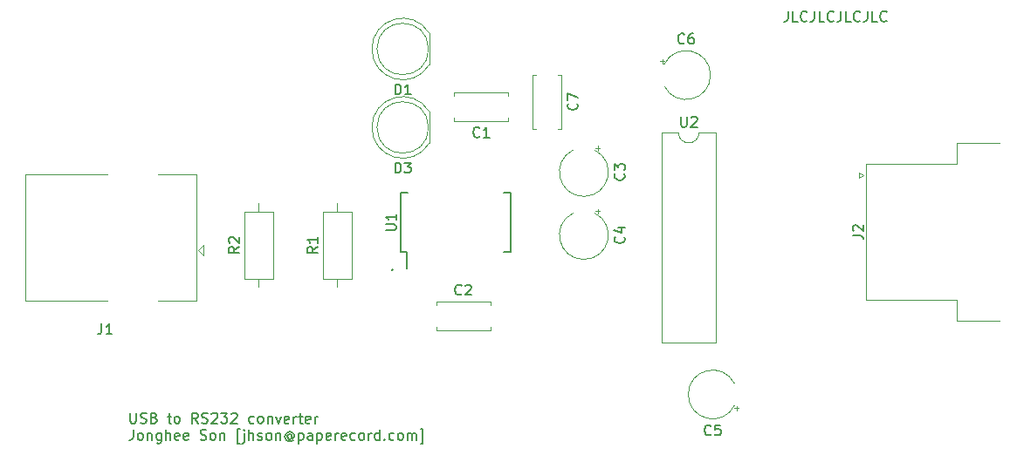
<source format=gbr>
%TF.GenerationSoftware,KiCad,Pcbnew,7.0.1*%
%TF.CreationDate,2023-04-09T16:17:14+09:00*%
%TF.ProjectId,RS232_Converter,52533233-325f-4436-9f6e-766572746572,rev?*%
%TF.SameCoordinates,Original*%
%TF.FileFunction,Legend,Top*%
%TF.FilePolarity,Positive*%
%FSLAX46Y46*%
G04 Gerber Fmt 4.6, Leading zero omitted, Abs format (unit mm)*
G04 Created by KiCad (PCBNEW 7.0.1) date 2023-04-09 16:17:14*
%MOMM*%
%LPD*%
G01*
G04 APERTURE LIST*
%ADD10C,0.150000*%
%ADD11C,0.120000*%
G04 APERTURE END LIST*
D10*
X132318095Y-105192380D02*
X132365714Y-105240000D01*
X132365714Y-105240000D02*
X132318095Y-105287619D01*
X132318095Y-105287619D02*
X132270476Y-105240000D01*
X132270476Y-105240000D02*
X132318095Y-105192380D01*
X132318095Y-105192380D02*
X132318095Y-105287619D01*
X106918095Y-119177619D02*
X106918095Y-119987142D01*
X106918095Y-119987142D02*
X106965714Y-120082380D01*
X106965714Y-120082380D02*
X107013333Y-120130000D01*
X107013333Y-120130000D02*
X107108571Y-120177619D01*
X107108571Y-120177619D02*
X107299047Y-120177619D01*
X107299047Y-120177619D02*
X107394285Y-120130000D01*
X107394285Y-120130000D02*
X107441904Y-120082380D01*
X107441904Y-120082380D02*
X107489523Y-119987142D01*
X107489523Y-119987142D02*
X107489523Y-119177619D01*
X107918095Y-120130000D02*
X108060952Y-120177619D01*
X108060952Y-120177619D02*
X108299047Y-120177619D01*
X108299047Y-120177619D02*
X108394285Y-120130000D01*
X108394285Y-120130000D02*
X108441904Y-120082380D01*
X108441904Y-120082380D02*
X108489523Y-119987142D01*
X108489523Y-119987142D02*
X108489523Y-119891904D01*
X108489523Y-119891904D02*
X108441904Y-119796666D01*
X108441904Y-119796666D02*
X108394285Y-119749047D01*
X108394285Y-119749047D02*
X108299047Y-119701428D01*
X108299047Y-119701428D02*
X108108571Y-119653809D01*
X108108571Y-119653809D02*
X108013333Y-119606190D01*
X108013333Y-119606190D02*
X107965714Y-119558571D01*
X107965714Y-119558571D02*
X107918095Y-119463333D01*
X107918095Y-119463333D02*
X107918095Y-119368095D01*
X107918095Y-119368095D02*
X107965714Y-119272857D01*
X107965714Y-119272857D02*
X108013333Y-119225238D01*
X108013333Y-119225238D02*
X108108571Y-119177619D01*
X108108571Y-119177619D02*
X108346666Y-119177619D01*
X108346666Y-119177619D02*
X108489523Y-119225238D01*
X109251428Y-119653809D02*
X109394285Y-119701428D01*
X109394285Y-119701428D02*
X109441904Y-119749047D01*
X109441904Y-119749047D02*
X109489523Y-119844285D01*
X109489523Y-119844285D02*
X109489523Y-119987142D01*
X109489523Y-119987142D02*
X109441904Y-120082380D01*
X109441904Y-120082380D02*
X109394285Y-120130000D01*
X109394285Y-120130000D02*
X109299047Y-120177619D01*
X109299047Y-120177619D02*
X108918095Y-120177619D01*
X108918095Y-120177619D02*
X108918095Y-119177619D01*
X108918095Y-119177619D02*
X109251428Y-119177619D01*
X109251428Y-119177619D02*
X109346666Y-119225238D01*
X109346666Y-119225238D02*
X109394285Y-119272857D01*
X109394285Y-119272857D02*
X109441904Y-119368095D01*
X109441904Y-119368095D02*
X109441904Y-119463333D01*
X109441904Y-119463333D02*
X109394285Y-119558571D01*
X109394285Y-119558571D02*
X109346666Y-119606190D01*
X109346666Y-119606190D02*
X109251428Y-119653809D01*
X109251428Y-119653809D02*
X108918095Y-119653809D01*
X110537143Y-119510952D02*
X110918095Y-119510952D01*
X110680000Y-119177619D02*
X110680000Y-120034761D01*
X110680000Y-120034761D02*
X110727619Y-120130000D01*
X110727619Y-120130000D02*
X110822857Y-120177619D01*
X110822857Y-120177619D02*
X110918095Y-120177619D01*
X111394286Y-120177619D02*
X111299048Y-120130000D01*
X111299048Y-120130000D02*
X111251429Y-120082380D01*
X111251429Y-120082380D02*
X111203810Y-119987142D01*
X111203810Y-119987142D02*
X111203810Y-119701428D01*
X111203810Y-119701428D02*
X111251429Y-119606190D01*
X111251429Y-119606190D02*
X111299048Y-119558571D01*
X111299048Y-119558571D02*
X111394286Y-119510952D01*
X111394286Y-119510952D02*
X111537143Y-119510952D01*
X111537143Y-119510952D02*
X111632381Y-119558571D01*
X111632381Y-119558571D02*
X111680000Y-119606190D01*
X111680000Y-119606190D02*
X111727619Y-119701428D01*
X111727619Y-119701428D02*
X111727619Y-119987142D01*
X111727619Y-119987142D02*
X111680000Y-120082380D01*
X111680000Y-120082380D02*
X111632381Y-120130000D01*
X111632381Y-120130000D02*
X111537143Y-120177619D01*
X111537143Y-120177619D02*
X111394286Y-120177619D01*
X113489524Y-120177619D02*
X113156191Y-119701428D01*
X112918096Y-120177619D02*
X112918096Y-119177619D01*
X112918096Y-119177619D02*
X113299048Y-119177619D01*
X113299048Y-119177619D02*
X113394286Y-119225238D01*
X113394286Y-119225238D02*
X113441905Y-119272857D01*
X113441905Y-119272857D02*
X113489524Y-119368095D01*
X113489524Y-119368095D02*
X113489524Y-119510952D01*
X113489524Y-119510952D02*
X113441905Y-119606190D01*
X113441905Y-119606190D02*
X113394286Y-119653809D01*
X113394286Y-119653809D02*
X113299048Y-119701428D01*
X113299048Y-119701428D02*
X112918096Y-119701428D01*
X113870477Y-120130000D02*
X114013334Y-120177619D01*
X114013334Y-120177619D02*
X114251429Y-120177619D01*
X114251429Y-120177619D02*
X114346667Y-120130000D01*
X114346667Y-120130000D02*
X114394286Y-120082380D01*
X114394286Y-120082380D02*
X114441905Y-119987142D01*
X114441905Y-119987142D02*
X114441905Y-119891904D01*
X114441905Y-119891904D02*
X114394286Y-119796666D01*
X114394286Y-119796666D02*
X114346667Y-119749047D01*
X114346667Y-119749047D02*
X114251429Y-119701428D01*
X114251429Y-119701428D02*
X114060953Y-119653809D01*
X114060953Y-119653809D02*
X113965715Y-119606190D01*
X113965715Y-119606190D02*
X113918096Y-119558571D01*
X113918096Y-119558571D02*
X113870477Y-119463333D01*
X113870477Y-119463333D02*
X113870477Y-119368095D01*
X113870477Y-119368095D02*
X113918096Y-119272857D01*
X113918096Y-119272857D02*
X113965715Y-119225238D01*
X113965715Y-119225238D02*
X114060953Y-119177619D01*
X114060953Y-119177619D02*
X114299048Y-119177619D01*
X114299048Y-119177619D02*
X114441905Y-119225238D01*
X114822858Y-119272857D02*
X114870477Y-119225238D01*
X114870477Y-119225238D02*
X114965715Y-119177619D01*
X114965715Y-119177619D02*
X115203810Y-119177619D01*
X115203810Y-119177619D02*
X115299048Y-119225238D01*
X115299048Y-119225238D02*
X115346667Y-119272857D01*
X115346667Y-119272857D02*
X115394286Y-119368095D01*
X115394286Y-119368095D02*
X115394286Y-119463333D01*
X115394286Y-119463333D02*
X115346667Y-119606190D01*
X115346667Y-119606190D02*
X114775239Y-120177619D01*
X114775239Y-120177619D02*
X115394286Y-120177619D01*
X115727620Y-119177619D02*
X116346667Y-119177619D01*
X116346667Y-119177619D02*
X116013334Y-119558571D01*
X116013334Y-119558571D02*
X116156191Y-119558571D01*
X116156191Y-119558571D02*
X116251429Y-119606190D01*
X116251429Y-119606190D02*
X116299048Y-119653809D01*
X116299048Y-119653809D02*
X116346667Y-119749047D01*
X116346667Y-119749047D02*
X116346667Y-119987142D01*
X116346667Y-119987142D02*
X116299048Y-120082380D01*
X116299048Y-120082380D02*
X116251429Y-120130000D01*
X116251429Y-120130000D02*
X116156191Y-120177619D01*
X116156191Y-120177619D02*
X115870477Y-120177619D01*
X115870477Y-120177619D02*
X115775239Y-120130000D01*
X115775239Y-120130000D02*
X115727620Y-120082380D01*
X116727620Y-119272857D02*
X116775239Y-119225238D01*
X116775239Y-119225238D02*
X116870477Y-119177619D01*
X116870477Y-119177619D02*
X117108572Y-119177619D01*
X117108572Y-119177619D02*
X117203810Y-119225238D01*
X117203810Y-119225238D02*
X117251429Y-119272857D01*
X117251429Y-119272857D02*
X117299048Y-119368095D01*
X117299048Y-119368095D02*
X117299048Y-119463333D01*
X117299048Y-119463333D02*
X117251429Y-119606190D01*
X117251429Y-119606190D02*
X116680001Y-120177619D01*
X116680001Y-120177619D02*
X117299048Y-120177619D01*
X118918096Y-120130000D02*
X118822858Y-120177619D01*
X118822858Y-120177619D02*
X118632382Y-120177619D01*
X118632382Y-120177619D02*
X118537144Y-120130000D01*
X118537144Y-120130000D02*
X118489525Y-120082380D01*
X118489525Y-120082380D02*
X118441906Y-119987142D01*
X118441906Y-119987142D02*
X118441906Y-119701428D01*
X118441906Y-119701428D02*
X118489525Y-119606190D01*
X118489525Y-119606190D02*
X118537144Y-119558571D01*
X118537144Y-119558571D02*
X118632382Y-119510952D01*
X118632382Y-119510952D02*
X118822858Y-119510952D01*
X118822858Y-119510952D02*
X118918096Y-119558571D01*
X119489525Y-120177619D02*
X119394287Y-120130000D01*
X119394287Y-120130000D02*
X119346668Y-120082380D01*
X119346668Y-120082380D02*
X119299049Y-119987142D01*
X119299049Y-119987142D02*
X119299049Y-119701428D01*
X119299049Y-119701428D02*
X119346668Y-119606190D01*
X119346668Y-119606190D02*
X119394287Y-119558571D01*
X119394287Y-119558571D02*
X119489525Y-119510952D01*
X119489525Y-119510952D02*
X119632382Y-119510952D01*
X119632382Y-119510952D02*
X119727620Y-119558571D01*
X119727620Y-119558571D02*
X119775239Y-119606190D01*
X119775239Y-119606190D02*
X119822858Y-119701428D01*
X119822858Y-119701428D02*
X119822858Y-119987142D01*
X119822858Y-119987142D02*
X119775239Y-120082380D01*
X119775239Y-120082380D02*
X119727620Y-120130000D01*
X119727620Y-120130000D02*
X119632382Y-120177619D01*
X119632382Y-120177619D02*
X119489525Y-120177619D01*
X120251430Y-119510952D02*
X120251430Y-120177619D01*
X120251430Y-119606190D02*
X120299049Y-119558571D01*
X120299049Y-119558571D02*
X120394287Y-119510952D01*
X120394287Y-119510952D02*
X120537144Y-119510952D01*
X120537144Y-119510952D02*
X120632382Y-119558571D01*
X120632382Y-119558571D02*
X120680001Y-119653809D01*
X120680001Y-119653809D02*
X120680001Y-120177619D01*
X121060954Y-119510952D02*
X121299049Y-120177619D01*
X121299049Y-120177619D02*
X121537144Y-119510952D01*
X122299049Y-120130000D02*
X122203811Y-120177619D01*
X122203811Y-120177619D02*
X122013335Y-120177619D01*
X122013335Y-120177619D02*
X121918097Y-120130000D01*
X121918097Y-120130000D02*
X121870478Y-120034761D01*
X121870478Y-120034761D02*
X121870478Y-119653809D01*
X121870478Y-119653809D02*
X121918097Y-119558571D01*
X121918097Y-119558571D02*
X122013335Y-119510952D01*
X122013335Y-119510952D02*
X122203811Y-119510952D01*
X122203811Y-119510952D02*
X122299049Y-119558571D01*
X122299049Y-119558571D02*
X122346668Y-119653809D01*
X122346668Y-119653809D02*
X122346668Y-119749047D01*
X122346668Y-119749047D02*
X121870478Y-119844285D01*
X122775240Y-120177619D02*
X122775240Y-119510952D01*
X122775240Y-119701428D02*
X122822859Y-119606190D01*
X122822859Y-119606190D02*
X122870478Y-119558571D01*
X122870478Y-119558571D02*
X122965716Y-119510952D01*
X122965716Y-119510952D02*
X123060954Y-119510952D01*
X123251431Y-119510952D02*
X123632383Y-119510952D01*
X123394288Y-119177619D02*
X123394288Y-120034761D01*
X123394288Y-120034761D02*
X123441907Y-120130000D01*
X123441907Y-120130000D02*
X123537145Y-120177619D01*
X123537145Y-120177619D02*
X123632383Y-120177619D01*
X124346669Y-120130000D02*
X124251431Y-120177619D01*
X124251431Y-120177619D02*
X124060955Y-120177619D01*
X124060955Y-120177619D02*
X123965717Y-120130000D01*
X123965717Y-120130000D02*
X123918098Y-120034761D01*
X123918098Y-120034761D02*
X123918098Y-119653809D01*
X123918098Y-119653809D02*
X123965717Y-119558571D01*
X123965717Y-119558571D02*
X124060955Y-119510952D01*
X124060955Y-119510952D02*
X124251431Y-119510952D01*
X124251431Y-119510952D02*
X124346669Y-119558571D01*
X124346669Y-119558571D02*
X124394288Y-119653809D01*
X124394288Y-119653809D02*
X124394288Y-119749047D01*
X124394288Y-119749047D02*
X123918098Y-119844285D01*
X124822860Y-120177619D02*
X124822860Y-119510952D01*
X124822860Y-119701428D02*
X124870479Y-119606190D01*
X124870479Y-119606190D02*
X124918098Y-119558571D01*
X124918098Y-119558571D02*
X125013336Y-119510952D01*
X125013336Y-119510952D02*
X125108574Y-119510952D01*
X107203809Y-120797619D02*
X107203809Y-121511904D01*
X107203809Y-121511904D02*
X107156190Y-121654761D01*
X107156190Y-121654761D02*
X107060952Y-121750000D01*
X107060952Y-121750000D02*
X106918095Y-121797619D01*
X106918095Y-121797619D02*
X106822857Y-121797619D01*
X107822857Y-121797619D02*
X107727619Y-121750000D01*
X107727619Y-121750000D02*
X107680000Y-121702380D01*
X107680000Y-121702380D02*
X107632381Y-121607142D01*
X107632381Y-121607142D02*
X107632381Y-121321428D01*
X107632381Y-121321428D02*
X107680000Y-121226190D01*
X107680000Y-121226190D02*
X107727619Y-121178571D01*
X107727619Y-121178571D02*
X107822857Y-121130952D01*
X107822857Y-121130952D02*
X107965714Y-121130952D01*
X107965714Y-121130952D02*
X108060952Y-121178571D01*
X108060952Y-121178571D02*
X108108571Y-121226190D01*
X108108571Y-121226190D02*
X108156190Y-121321428D01*
X108156190Y-121321428D02*
X108156190Y-121607142D01*
X108156190Y-121607142D02*
X108108571Y-121702380D01*
X108108571Y-121702380D02*
X108060952Y-121750000D01*
X108060952Y-121750000D02*
X107965714Y-121797619D01*
X107965714Y-121797619D02*
X107822857Y-121797619D01*
X108584762Y-121130952D02*
X108584762Y-121797619D01*
X108584762Y-121226190D02*
X108632381Y-121178571D01*
X108632381Y-121178571D02*
X108727619Y-121130952D01*
X108727619Y-121130952D02*
X108870476Y-121130952D01*
X108870476Y-121130952D02*
X108965714Y-121178571D01*
X108965714Y-121178571D02*
X109013333Y-121273809D01*
X109013333Y-121273809D02*
X109013333Y-121797619D01*
X109918095Y-121130952D02*
X109918095Y-121940476D01*
X109918095Y-121940476D02*
X109870476Y-122035714D01*
X109870476Y-122035714D02*
X109822857Y-122083333D01*
X109822857Y-122083333D02*
X109727619Y-122130952D01*
X109727619Y-122130952D02*
X109584762Y-122130952D01*
X109584762Y-122130952D02*
X109489524Y-122083333D01*
X109918095Y-121750000D02*
X109822857Y-121797619D01*
X109822857Y-121797619D02*
X109632381Y-121797619D01*
X109632381Y-121797619D02*
X109537143Y-121750000D01*
X109537143Y-121750000D02*
X109489524Y-121702380D01*
X109489524Y-121702380D02*
X109441905Y-121607142D01*
X109441905Y-121607142D02*
X109441905Y-121321428D01*
X109441905Y-121321428D02*
X109489524Y-121226190D01*
X109489524Y-121226190D02*
X109537143Y-121178571D01*
X109537143Y-121178571D02*
X109632381Y-121130952D01*
X109632381Y-121130952D02*
X109822857Y-121130952D01*
X109822857Y-121130952D02*
X109918095Y-121178571D01*
X110394286Y-121797619D02*
X110394286Y-120797619D01*
X110822857Y-121797619D02*
X110822857Y-121273809D01*
X110822857Y-121273809D02*
X110775238Y-121178571D01*
X110775238Y-121178571D02*
X110680000Y-121130952D01*
X110680000Y-121130952D02*
X110537143Y-121130952D01*
X110537143Y-121130952D02*
X110441905Y-121178571D01*
X110441905Y-121178571D02*
X110394286Y-121226190D01*
X111680000Y-121750000D02*
X111584762Y-121797619D01*
X111584762Y-121797619D02*
X111394286Y-121797619D01*
X111394286Y-121797619D02*
X111299048Y-121750000D01*
X111299048Y-121750000D02*
X111251429Y-121654761D01*
X111251429Y-121654761D02*
X111251429Y-121273809D01*
X111251429Y-121273809D02*
X111299048Y-121178571D01*
X111299048Y-121178571D02*
X111394286Y-121130952D01*
X111394286Y-121130952D02*
X111584762Y-121130952D01*
X111584762Y-121130952D02*
X111680000Y-121178571D01*
X111680000Y-121178571D02*
X111727619Y-121273809D01*
X111727619Y-121273809D02*
X111727619Y-121369047D01*
X111727619Y-121369047D02*
X111251429Y-121464285D01*
X112537143Y-121750000D02*
X112441905Y-121797619D01*
X112441905Y-121797619D02*
X112251429Y-121797619D01*
X112251429Y-121797619D02*
X112156191Y-121750000D01*
X112156191Y-121750000D02*
X112108572Y-121654761D01*
X112108572Y-121654761D02*
X112108572Y-121273809D01*
X112108572Y-121273809D02*
X112156191Y-121178571D01*
X112156191Y-121178571D02*
X112251429Y-121130952D01*
X112251429Y-121130952D02*
X112441905Y-121130952D01*
X112441905Y-121130952D02*
X112537143Y-121178571D01*
X112537143Y-121178571D02*
X112584762Y-121273809D01*
X112584762Y-121273809D02*
X112584762Y-121369047D01*
X112584762Y-121369047D02*
X112108572Y-121464285D01*
X113727620Y-121750000D02*
X113870477Y-121797619D01*
X113870477Y-121797619D02*
X114108572Y-121797619D01*
X114108572Y-121797619D02*
X114203810Y-121750000D01*
X114203810Y-121750000D02*
X114251429Y-121702380D01*
X114251429Y-121702380D02*
X114299048Y-121607142D01*
X114299048Y-121607142D02*
X114299048Y-121511904D01*
X114299048Y-121511904D02*
X114251429Y-121416666D01*
X114251429Y-121416666D02*
X114203810Y-121369047D01*
X114203810Y-121369047D02*
X114108572Y-121321428D01*
X114108572Y-121321428D02*
X113918096Y-121273809D01*
X113918096Y-121273809D02*
X113822858Y-121226190D01*
X113822858Y-121226190D02*
X113775239Y-121178571D01*
X113775239Y-121178571D02*
X113727620Y-121083333D01*
X113727620Y-121083333D02*
X113727620Y-120988095D01*
X113727620Y-120988095D02*
X113775239Y-120892857D01*
X113775239Y-120892857D02*
X113822858Y-120845238D01*
X113822858Y-120845238D02*
X113918096Y-120797619D01*
X113918096Y-120797619D02*
X114156191Y-120797619D01*
X114156191Y-120797619D02*
X114299048Y-120845238D01*
X114870477Y-121797619D02*
X114775239Y-121750000D01*
X114775239Y-121750000D02*
X114727620Y-121702380D01*
X114727620Y-121702380D02*
X114680001Y-121607142D01*
X114680001Y-121607142D02*
X114680001Y-121321428D01*
X114680001Y-121321428D02*
X114727620Y-121226190D01*
X114727620Y-121226190D02*
X114775239Y-121178571D01*
X114775239Y-121178571D02*
X114870477Y-121130952D01*
X114870477Y-121130952D02*
X115013334Y-121130952D01*
X115013334Y-121130952D02*
X115108572Y-121178571D01*
X115108572Y-121178571D02*
X115156191Y-121226190D01*
X115156191Y-121226190D02*
X115203810Y-121321428D01*
X115203810Y-121321428D02*
X115203810Y-121607142D01*
X115203810Y-121607142D02*
X115156191Y-121702380D01*
X115156191Y-121702380D02*
X115108572Y-121750000D01*
X115108572Y-121750000D02*
X115013334Y-121797619D01*
X115013334Y-121797619D02*
X114870477Y-121797619D01*
X115632382Y-121130952D02*
X115632382Y-121797619D01*
X115632382Y-121226190D02*
X115680001Y-121178571D01*
X115680001Y-121178571D02*
X115775239Y-121130952D01*
X115775239Y-121130952D02*
X115918096Y-121130952D01*
X115918096Y-121130952D02*
X116013334Y-121178571D01*
X116013334Y-121178571D02*
X116060953Y-121273809D01*
X116060953Y-121273809D02*
X116060953Y-121797619D01*
X117584763Y-122130952D02*
X117346668Y-122130952D01*
X117346668Y-122130952D02*
X117346668Y-120702380D01*
X117346668Y-120702380D02*
X117584763Y-120702380D01*
X117965716Y-121130952D02*
X117965716Y-121988095D01*
X117965716Y-121988095D02*
X117918097Y-122083333D01*
X117918097Y-122083333D02*
X117822859Y-122130952D01*
X117822859Y-122130952D02*
X117775240Y-122130952D01*
X117965716Y-120797619D02*
X117918097Y-120845238D01*
X117918097Y-120845238D02*
X117965716Y-120892857D01*
X117965716Y-120892857D02*
X118013335Y-120845238D01*
X118013335Y-120845238D02*
X117965716Y-120797619D01*
X117965716Y-120797619D02*
X117965716Y-120892857D01*
X118441906Y-121797619D02*
X118441906Y-120797619D01*
X118870477Y-121797619D02*
X118870477Y-121273809D01*
X118870477Y-121273809D02*
X118822858Y-121178571D01*
X118822858Y-121178571D02*
X118727620Y-121130952D01*
X118727620Y-121130952D02*
X118584763Y-121130952D01*
X118584763Y-121130952D02*
X118489525Y-121178571D01*
X118489525Y-121178571D02*
X118441906Y-121226190D01*
X119299049Y-121750000D02*
X119394287Y-121797619D01*
X119394287Y-121797619D02*
X119584763Y-121797619D01*
X119584763Y-121797619D02*
X119680001Y-121750000D01*
X119680001Y-121750000D02*
X119727620Y-121654761D01*
X119727620Y-121654761D02*
X119727620Y-121607142D01*
X119727620Y-121607142D02*
X119680001Y-121511904D01*
X119680001Y-121511904D02*
X119584763Y-121464285D01*
X119584763Y-121464285D02*
X119441906Y-121464285D01*
X119441906Y-121464285D02*
X119346668Y-121416666D01*
X119346668Y-121416666D02*
X119299049Y-121321428D01*
X119299049Y-121321428D02*
X119299049Y-121273809D01*
X119299049Y-121273809D02*
X119346668Y-121178571D01*
X119346668Y-121178571D02*
X119441906Y-121130952D01*
X119441906Y-121130952D02*
X119584763Y-121130952D01*
X119584763Y-121130952D02*
X119680001Y-121178571D01*
X120299049Y-121797619D02*
X120203811Y-121750000D01*
X120203811Y-121750000D02*
X120156192Y-121702380D01*
X120156192Y-121702380D02*
X120108573Y-121607142D01*
X120108573Y-121607142D02*
X120108573Y-121321428D01*
X120108573Y-121321428D02*
X120156192Y-121226190D01*
X120156192Y-121226190D02*
X120203811Y-121178571D01*
X120203811Y-121178571D02*
X120299049Y-121130952D01*
X120299049Y-121130952D02*
X120441906Y-121130952D01*
X120441906Y-121130952D02*
X120537144Y-121178571D01*
X120537144Y-121178571D02*
X120584763Y-121226190D01*
X120584763Y-121226190D02*
X120632382Y-121321428D01*
X120632382Y-121321428D02*
X120632382Y-121607142D01*
X120632382Y-121607142D02*
X120584763Y-121702380D01*
X120584763Y-121702380D02*
X120537144Y-121750000D01*
X120537144Y-121750000D02*
X120441906Y-121797619D01*
X120441906Y-121797619D02*
X120299049Y-121797619D01*
X121060954Y-121130952D02*
X121060954Y-121797619D01*
X121060954Y-121226190D02*
X121108573Y-121178571D01*
X121108573Y-121178571D02*
X121203811Y-121130952D01*
X121203811Y-121130952D02*
X121346668Y-121130952D01*
X121346668Y-121130952D02*
X121441906Y-121178571D01*
X121441906Y-121178571D02*
X121489525Y-121273809D01*
X121489525Y-121273809D02*
X121489525Y-121797619D01*
X122584763Y-121321428D02*
X122537144Y-121273809D01*
X122537144Y-121273809D02*
X122441906Y-121226190D01*
X122441906Y-121226190D02*
X122346668Y-121226190D01*
X122346668Y-121226190D02*
X122251430Y-121273809D01*
X122251430Y-121273809D02*
X122203811Y-121321428D01*
X122203811Y-121321428D02*
X122156192Y-121416666D01*
X122156192Y-121416666D02*
X122156192Y-121511904D01*
X122156192Y-121511904D02*
X122203811Y-121607142D01*
X122203811Y-121607142D02*
X122251430Y-121654761D01*
X122251430Y-121654761D02*
X122346668Y-121702380D01*
X122346668Y-121702380D02*
X122441906Y-121702380D01*
X122441906Y-121702380D02*
X122537144Y-121654761D01*
X122537144Y-121654761D02*
X122584763Y-121607142D01*
X122584763Y-121226190D02*
X122584763Y-121607142D01*
X122584763Y-121607142D02*
X122632382Y-121654761D01*
X122632382Y-121654761D02*
X122680001Y-121654761D01*
X122680001Y-121654761D02*
X122775240Y-121607142D01*
X122775240Y-121607142D02*
X122822859Y-121511904D01*
X122822859Y-121511904D02*
X122822859Y-121273809D01*
X122822859Y-121273809D02*
X122727621Y-121130952D01*
X122727621Y-121130952D02*
X122584763Y-121035714D01*
X122584763Y-121035714D02*
X122394287Y-120988095D01*
X122394287Y-120988095D02*
X122203811Y-121035714D01*
X122203811Y-121035714D02*
X122060954Y-121130952D01*
X122060954Y-121130952D02*
X121965716Y-121273809D01*
X121965716Y-121273809D02*
X121918097Y-121464285D01*
X121918097Y-121464285D02*
X121965716Y-121654761D01*
X121965716Y-121654761D02*
X122060954Y-121797619D01*
X122060954Y-121797619D02*
X122203811Y-121892857D01*
X122203811Y-121892857D02*
X122394287Y-121940476D01*
X122394287Y-121940476D02*
X122584763Y-121892857D01*
X122584763Y-121892857D02*
X122727621Y-121797619D01*
X123251430Y-121130952D02*
X123251430Y-122130952D01*
X123251430Y-121178571D02*
X123346668Y-121130952D01*
X123346668Y-121130952D02*
X123537144Y-121130952D01*
X123537144Y-121130952D02*
X123632382Y-121178571D01*
X123632382Y-121178571D02*
X123680001Y-121226190D01*
X123680001Y-121226190D02*
X123727620Y-121321428D01*
X123727620Y-121321428D02*
X123727620Y-121607142D01*
X123727620Y-121607142D02*
X123680001Y-121702380D01*
X123680001Y-121702380D02*
X123632382Y-121750000D01*
X123632382Y-121750000D02*
X123537144Y-121797619D01*
X123537144Y-121797619D02*
X123346668Y-121797619D01*
X123346668Y-121797619D02*
X123251430Y-121750000D01*
X124584763Y-121797619D02*
X124584763Y-121273809D01*
X124584763Y-121273809D02*
X124537144Y-121178571D01*
X124537144Y-121178571D02*
X124441906Y-121130952D01*
X124441906Y-121130952D02*
X124251430Y-121130952D01*
X124251430Y-121130952D02*
X124156192Y-121178571D01*
X124584763Y-121750000D02*
X124489525Y-121797619D01*
X124489525Y-121797619D02*
X124251430Y-121797619D01*
X124251430Y-121797619D02*
X124156192Y-121750000D01*
X124156192Y-121750000D02*
X124108573Y-121654761D01*
X124108573Y-121654761D02*
X124108573Y-121559523D01*
X124108573Y-121559523D02*
X124156192Y-121464285D01*
X124156192Y-121464285D02*
X124251430Y-121416666D01*
X124251430Y-121416666D02*
X124489525Y-121416666D01*
X124489525Y-121416666D02*
X124584763Y-121369047D01*
X125060954Y-121130952D02*
X125060954Y-122130952D01*
X125060954Y-121178571D02*
X125156192Y-121130952D01*
X125156192Y-121130952D02*
X125346668Y-121130952D01*
X125346668Y-121130952D02*
X125441906Y-121178571D01*
X125441906Y-121178571D02*
X125489525Y-121226190D01*
X125489525Y-121226190D02*
X125537144Y-121321428D01*
X125537144Y-121321428D02*
X125537144Y-121607142D01*
X125537144Y-121607142D02*
X125489525Y-121702380D01*
X125489525Y-121702380D02*
X125441906Y-121750000D01*
X125441906Y-121750000D02*
X125346668Y-121797619D01*
X125346668Y-121797619D02*
X125156192Y-121797619D01*
X125156192Y-121797619D02*
X125060954Y-121750000D01*
X126346668Y-121750000D02*
X126251430Y-121797619D01*
X126251430Y-121797619D02*
X126060954Y-121797619D01*
X126060954Y-121797619D02*
X125965716Y-121750000D01*
X125965716Y-121750000D02*
X125918097Y-121654761D01*
X125918097Y-121654761D02*
X125918097Y-121273809D01*
X125918097Y-121273809D02*
X125965716Y-121178571D01*
X125965716Y-121178571D02*
X126060954Y-121130952D01*
X126060954Y-121130952D02*
X126251430Y-121130952D01*
X126251430Y-121130952D02*
X126346668Y-121178571D01*
X126346668Y-121178571D02*
X126394287Y-121273809D01*
X126394287Y-121273809D02*
X126394287Y-121369047D01*
X126394287Y-121369047D02*
X125918097Y-121464285D01*
X126822859Y-121797619D02*
X126822859Y-121130952D01*
X126822859Y-121321428D02*
X126870478Y-121226190D01*
X126870478Y-121226190D02*
X126918097Y-121178571D01*
X126918097Y-121178571D02*
X127013335Y-121130952D01*
X127013335Y-121130952D02*
X127108573Y-121130952D01*
X127822859Y-121750000D02*
X127727621Y-121797619D01*
X127727621Y-121797619D02*
X127537145Y-121797619D01*
X127537145Y-121797619D02*
X127441907Y-121750000D01*
X127441907Y-121750000D02*
X127394288Y-121654761D01*
X127394288Y-121654761D02*
X127394288Y-121273809D01*
X127394288Y-121273809D02*
X127441907Y-121178571D01*
X127441907Y-121178571D02*
X127537145Y-121130952D01*
X127537145Y-121130952D02*
X127727621Y-121130952D01*
X127727621Y-121130952D02*
X127822859Y-121178571D01*
X127822859Y-121178571D02*
X127870478Y-121273809D01*
X127870478Y-121273809D02*
X127870478Y-121369047D01*
X127870478Y-121369047D02*
X127394288Y-121464285D01*
X128727621Y-121750000D02*
X128632383Y-121797619D01*
X128632383Y-121797619D02*
X128441907Y-121797619D01*
X128441907Y-121797619D02*
X128346669Y-121750000D01*
X128346669Y-121750000D02*
X128299050Y-121702380D01*
X128299050Y-121702380D02*
X128251431Y-121607142D01*
X128251431Y-121607142D02*
X128251431Y-121321428D01*
X128251431Y-121321428D02*
X128299050Y-121226190D01*
X128299050Y-121226190D02*
X128346669Y-121178571D01*
X128346669Y-121178571D02*
X128441907Y-121130952D01*
X128441907Y-121130952D02*
X128632383Y-121130952D01*
X128632383Y-121130952D02*
X128727621Y-121178571D01*
X129299050Y-121797619D02*
X129203812Y-121750000D01*
X129203812Y-121750000D02*
X129156193Y-121702380D01*
X129156193Y-121702380D02*
X129108574Y-121607142D01*
X129108574Y-121607142D02*
X129108574Y-121321428D01*
X129108574Y-121321428D02*
X129156193Y-121226190D01*
X129156193Y-121226190D02*
X129203812Y-121178571D01*
X129203812Y-121178571D02*
X129299050Y-121130952D01*
X129299050Y-121130952D02*
X129441907Y-121130952D01*
X129441907Y-121130952D02*
X129537145Y-121178571D01*
X129537145Y-121178571D02*
X129584764Y-121226190D01*
X129584764Y-121226190D02*
X129632383Y-121321428D01*
X129632383Y-121321428D02*
X129632383Y-121607142D01*
X129632383Y-121607142D02*
X129584764Y-121702380D01*
X129584764Y-121702380D02*
X129537145Y-121750000D01*
X129537145Y-121750000D02*
X129441907Y-121797619D01*
X129441907Y-121797619D02*
X129299050Y-121797619D01*
X130060955Y-121797619D02*
X130060955Y-121130952D01*
X130060955Y-121321428D02*
X130108574Y-121226190D01*
X130108574Y-121226190D02*
X130156193Y-121178571D01*
X130156193Y-121178571D02*
X130251431Y-121130952D01*
X130251431Y-121130952D02*
X130346669Y-121130952D01*
X131108574Y-121797619D02*
X131108574Y-120797619D01*
X131108574Y-121750000D02*
X131013336Y-121797619D01*
X131013336Y-121797619D02*
X130822860Y-121797619D01*
X130822860Y-121797619D02*
X130727622Y-121750000D01*
X130727622Y-121750000D02*
X130680003Y-121702380D01*
X130680003Y-121702380D02*
X130632384Y-121607142D01*
X130632384Y-121607142D02*
X130632384Y-121321428D01*
X130632384Y-121321428D02*
X130680003Y-121226190D01*
X130680003Y-121226190D02*
X130727622Y-121178571D01*
X130727622Y-121178571D02*
X130822860Y-121130952D01*
X130822860Y-121130952D02*
X131013336Y-121130952D01*
X131013336Y-121130952D02*
X131108574Y-121178571D01*
X131584765Y-121702380D02*
X131632384Y-121750000D01*
X131632384Y-121750000D02*
X131584765Y-121797619D01*
X131584765Y-121797619D02*
X131537146Y-121750000D01*
X131537146Y-121750000D02*
X131584765Y-121702380D01*
X131584765Y-121702380D02*
X131584765Y-121797619D01*
X132489526Y-121750000D02*
X132394288Y-121797619D01*
X132394288Y-121797619D02*
X132203812Y-121797619D01*
X132203812Y-121797619D02*
X132108574Y-121750000D01*
X132108574Y-121750000D02*
X132060955Y-121702380D01*
X132060955Y-121702380D02*
X132013336Y-121607142D01*
X132013336Y-121607142D02*
X132013336Y-121321428D01*
X132013336Y-121321428D02*
X132060955Y-121226190D01*
X132060955Y-121226190D02*
X132108574Y-121178571D01*
X132108574Y-121178571D02*
X132203812Y-121130952D01*
X132203812Y-121130952D02*
X132394288Y-121130952D01*
X132394288Y-121130952D02*
X132489526Y-121178571D01*
X133060955Y-121797619D02*
X132965717Y-121750000D01*
X132965717Y-121750000D02*
X132918098Y-121702380D01*
X132918098Y-121702380D02*
X132870479Y-121607142D01*
X132870479Y-121607142D02*
X132870479Y-121321428D01*
X132870479Y-121321428D02*
X132918098Y-121226190D01*
X132918098Y-121226190D02*
X132965717Y-121178571D01*
X132965717Y-121178571D02*
X133060955Y-121130952D01*
X133060955Y-121130952D02*
X133203812Y-121130952D01*
X133203812Y-121130952D02*
X133299050Y-121178571D01*
X133299050Y-121178571D02*
X133346669Y-121226190D01*
X133346669Y-121226190D02*
X133394288Y-121321428D01*
X133394288Y-121321428D02*
X133394288Y-121607142D01*
X133394288Y-121607142D02*
X133346669Y-121702380D01*
X133346669Y-121702380D02*
X133299050Y-121750000D01*
X133299050Y-121750000D02*
X133203812Y-121797619D01*
X133203812Y-121797619D02*
X133060955Y-121797619D01*
X133822860Y-121797619D02*
X133822860Y-121130952D01*
X133822860Y-121226190D02*
X133870479Y-121178571D01*
X133870479Y-121178571D02*
X133965717Y-121130952D01*
X133965717Y-121130952D02*
X134108574Y-121130952D01*
X134108574Y-121130952D02*
X134203812Y-121178571D01*
X134203812Y-121178571D02*
X134251431Y-121273809D01*
X134251431Y-121273809D02*
X134251431Y-121797619D01*
X134251431Y-121273809D02*
X134299050Y-121178571D01*
X134299050Y-121178571D02*
X134394288Y-121130952D01*
X134394288Y-121130952D02*
X134537145Y-121130952D01*
X134537145Y-121130952D02*
X134632384Y-121178571D01*
X134632384Y-121178571D02*
X134680003Y-121273809D01*
X134680003Y-121273809D02*
X134680003Y-121797619D01*
X135060955Y-122130952D02*
X135299050Y-122130952D01*
X135299050Y-122130952D02*
X135299050Y-120702380D01*
X135299050Y-120702380D02*
X135060955Y-120702380D01*
X170703809Y-80157619D02*
X170703809Y-80871904D01*
X170703809Y-80871904D02*
X170656190Y-81014761D01*
X170656190Y-81014761D02*
X170560952Y-81110000D01*
X170560952Y-81110000D02*
X170418095Y-81157619D01*
X170418095Y-81157619D02*
X170322857Y-81157619D01*
X171656190Y-81157619D02*
X171180000Y-81157619D01*
X171180000Y-81157619D02*
X171180000Y-80157619D01*
X172560952Y-81062380D02*
X172513333Y-81110000D01*
X172513333Y-81110000D02*
X172370476Y-81157619D01*
X172370476Y-81157619D02*
X172275238Y-81157619D01*
X172275238Y-81157619D02*
X172132381Y-81110000D01*
X172132381Y-81110000D02*
X172037143Y-81014761D01*
X172037143Y-81014761D02*
X171989524Y-80919523D01*
X171989524Y-80919523D02*
X171941905Y-80729047D01*
X171941905Y-80729047D02*
X171941905Y-80586190D01*
X171941905Y-80586190D02*
X171989524Y-80395714D01*
X171989524Y-80395714D02*
X172037143Y-80300476D01*
X172037143Y-80300476D02*
X172132381Y-80205238D01*
X172132381Y-80205238D02*
X172275238Y-80157619D01*
X172275238Y-80157619D02*
X172370476Y-80157619D01*
X172370476Y-80157619D02*
X172513333Y-80205238D01*
X172513333Y-80205238D02*
X172560952Y-80252857D01*
X173275238Y-80157619D02*
X173275238Y-80871904D01*
X173275238Y-80871904D02*
X173227619Y-81014761D01*
X173227619Y-81014761D02*
X173132381Y-81110000D01*
X173132381Y-81110000D02*
X172989524Y-81157619D01*
X172989524Y-81157619D02*
X172894286Y-81157619D01*
X174227619Y-81157619D02*
X173751429Y-81157619D01*
X173751429Y-81157619D02*
X173751429Y-80157619D01*
X175132381Y-81062380D02*
X175084762Y-81110000D01*
X175084762Y-81110000D02*
X174941905Y-81157619D01*
X174941905Y-81157619D02*
X174846667Y-81157619D01*
X174846667Y-81157619D02*
X174703810Y-81110000D01*
X174703810Y-81110000D02*
X174608572Y-81014761D01*
X174608572Y-81014761D02*
X174560953Y-80919523D01*
X174560953Y-80919523D02*
X174513334Y-80729047D01*
X174513334Y-80729047D02*
X174513334Y-80586190D01*
X174513334Y-80586190D02*
X174560953Y-80395714D01*
X174560953Y-80395714D02*
X174608572Y-80300476D01*
X174608572Y-80300476D02*
X174703810Y-80205238D01*
X174703810Y-80205238D02*
X174846667Y-80157619D01*
X174846667Y-80157619D02*
X174941905Y-80157619D01*
X174941905Y-80157619D02*
X175084762Y-80205238D01*
X175084762Y-80205238D02*
X175132381Y-80252857D01*
X175846667Y-80157619D02*
X175846667Y-80871904D01*
X175846667Y-80871904D02*
X175799048Y-81014761D01*
X175799048Y-81014761D02*
X175703810Y-81110000D01*
X175703810Y-81110000D02*
X175560953Y-81157619D01*
X175560953Y-81157619D02*
X175465715Y-81157619D01*
X176799048Y-81157619D02*
X176322858Y-81157619D01*
X176322858Y-81157619D02*
X176322858Y-80157619D01*
X177703810Y-81062380D02*
X177656191Y-81110000D01*
X177656191Y-81110000D02*
X177513334Y-81157619D01*
X177513334Y-81157619D02*
X177418096Y-81157619D01*
X177418096Y-81157619D02*
X177275239Y-81110000D01*
X177275239Y-81110000D02*
X177180001Y-81014761D01*
X177180001Y-81014761D02*
X177132382Y-80919523D01*
X177132382Y-80919523D02*
X177084763Y-80729047D01*
X177084763Y-80729047D02*
X177084763Y-80586190D01*
X177084763Y-80586190D02*
X177132382Y-80395714D01*
X177132382Y-80395714D02*
X177180001Y-80300476D01*
X177180001Y-80300476D02*
X177275239Y-80205238D01*
X177275239Y-80205238D02*
X177418096Y-80157619D01*
X177418096Y-80157619D02*
X177513334Y-80157619D01*
X177513334Y-80157619D02*
X177656191Y-80205238D01*
X177656191Y-80205238D02*
X177703810Y-80252857D01*
X178418096Y-80157619D02*
X178418096Y-80871904D01*
X178418096Y-80871904D02*
X178370477Y-81014761D01*
X178370477Y-81014761D02*
X178275239Y-81110000D01*
X178275239Y-81110000D02*
X178132382Y-81157619D01*
X178132382Y-81157619D02*
X178037144Y-81157619D01*
X179370477Y-81157619D02*
X178894287Y-81157619D01*
X178894287Y-81157619D02*
X178894287Y-80157619D01*
X180275239Y-81062380D02*
X180227620Y-81110000D01*
X180227620Y-81110000D02*
X180084763Y-81157619D01*
X180084763Y-81157619D02*
X179989525Y-81157619D01*
X179989525Y-81157619D02*
X179846668Y-81110000D01*
X179846668Y-81110000D02*
X179751430Y-81014761D01*
X179751430Y-81014761D02*
X179703811Y-80919523D01*
X179703811Y-80919523D02*
X179656192Y-80729047D01*
X179656192Y-80729047D02*
X179656192Y-80586190D01*
X179656192Y-80586190D02*
X179703811Y-80395714D01*
X179703811Y-80395714D02*
X179751430Y-80300476D01*
X179751430Y-80300476D02*
X179846668Y-80205238D01*
X179846668Y-80205238D02*
X179989525Y-80157619D01*
X179989525Y-80157619D02*
X180084763Y-80157619D01*
X180084763Y-80157619D02*
X180227620Y-80205238D01*
X180227620Y-80205238D02*
X180275239Y-80252857D01*
%TO.C,C4*%
X154787049Y-102056997D02*
X154834669Y-102104616D01*
X154834669Y-102104616D02*
X154882288Y-102247473D01*
X154882288Y-102247473D02*
X154882288Y-102342711D01*
X154882288Y-102342711D02*
X154834669Y-102485568D01*
X154834669Y-102485568D02*
X154739430Y-102580806D01*
X154739430Y-102580806D02*
X154644192Y-102628425D01*
X154644192Y-102628425D02*
X154453716Y-102676044D01*
X154453716Y-102676044D02*
X154310859Y-102676044D01*
X154310859Y-102676044D02*
X154120383Y-102628425D01*
X154120383Y-102628425D02*
X154025145Y-102580806D01*
X154025145Y-102580806D02*
X153929907Y-102485568D01*
X153929907Y-102485568D02*
X153882288Y-102342711D01*
X153882288Y-102342711D02*
X153882288Y-102247473D01*
X153882288Y-102247473D02*
X153929907Y-102104616D01*
X153929907Y-102104616D02*
X153977526Y-102056997D01*
X154215621Y-101199854D02*
X154882288Y-101199854D01*
X153834669Y-101437949D02*
X154548954Y-101676044D01*
X154548954Y-101676044D02*
X154548954Y-101056997D01*
%TO.C,J2*%
X176992288Y-101923333D02*
X177706573Y-101923333D01*
X177706573Y-101923333D02*
X177849430Y-101970952D01*
X177849430Y-101970952D02*
X177944669Y-102066190D01*
X177944669Y-102066190D02*
X177992288Y-102209047D01*
X177992288Y-102209047D02*
X177992288Y-102304285D01*
X177087526Y-101494761D02*
X177039907Y-101447142D01*
X177039907Y-101447142D02*
X176992288Y-101351904D01*
X176992288Y-101351904D02*
X176992288Y-101113809D01*
X176992288Y-101113809D02*
X177039907Y-101018571D01*
X177039907Y-101018571D02*
X177087526Y-100970952D01*
X177087526Y-100970952D02*
X177182764Y-100923333D01*
X177182764Y-100923333D02*
X177278002Y-100923333D01*
X177278002Y-100923333D02*
X177420859Y-100970952D01*
X177420859Y-100970952D02*
X177992288Y-101542380D01*
X177992288Y-101542380D02*
X177992288Y-100923333D01*
%TO.C,C3*%
X154787049Y-95936997D02*
X154834669Y-95984616D01*
X154834669Y-95984616D02*
X154882288Y-96127473D01*
X154882288Y-96127473D02*
X154882288Y-96222711D01*
X154882288Y-96222711D02*
X154834669Y-96365568D01*
X154834669Y-96365568D02*
X154739430Y-96460806D01*
X154739430Y-96460806D02*
X154644192Y-96508425D01*
X154644192Y-96508425D02*
X154453716Y-96556044D01*
X154453716Y-96556044D02*
X154310859Y-96556044D01*
X154310859Y-96556044D02*
X154120383Y-96508425D01*
X154120383Y-96508425D02*
X154025145Y-96460806D01*
X154025145Y-96460806D02*
X153929907Y-96365568D01*
X153929907Y-96365568D02*
X153882288Y-96222711D01*
X153882288Y-96222711D02*
X153882288Y-96127473D01*
X153882288Y-96127473D02*
X153929907Y-95984616D01*
X153929907Y-95984616D02*
X153977526Y-95936997D01*
X153882288Y-95603663D02*
X153882288Y-94984616D01*
X153882288Y-94984616D02*
X154263240Y-95317949D01*
X154263240Y-95317949D02*
X154263240Y-95175092D01*
X154263240Y-95175092D02*
X154310859Y-95079854D01*
X154310859Y-95079854D02*
X154358478Y-95032235D01*
X154358478Y-95032235D02*
X154453716Y-94984616D01*
X154453716Y-94984616D02*
X154691811Y-94984616D01*
X154691811Y-94984616D02*
X154787049Y-95032235D01*
X154787049Y-95032235D02*
X154834669Y-95079854D01*
X154834669Y-95079854D02*
X154882288Y-95175092D01*
X154882288Y-95175092D02*
X154882288Y-95460806D01*
X154882288Y-95460806D02*
X154834669Y-95556044D01*
X154834669Y-95556044D02*
X154787049Y-95603663D01*
%TO.C,D1*%
X132611905Y-88242619D02*
X132611905Y-87242619D01*
X132611905Y-87242619D02*
X132850000Y-87242619D01*
X132850000Y-87242619D02*
X132992857Y-87290238D01*
X132992857Y-87290238D02*
X133088095Y-87385476D01*
X133088095Y-87385476D02*
X133135714Y-87480714D01*
X133135714Y-87480714D02*
X133183333Y-87671190D01*
X133183333Y-87671190D02*
X133183333Y-87814047D01*
X133183333Y-87814047D02*
X133135714Y-88004523D01*
X133135714Y-88004523D02*
X133088095Y-88099761D01*
X133088095Y-88099761D02*
X132992857Y-88195000D01*
X132992857Y-88195000D02*
X132850000Y-88242619D01*
X132850000Y-88242619D02*
X132611905Y-88242619D01*
X134135714Y-88242619D02*
X133564286Y-88242619D01*
X133850000Y-88242619D02*
X133850000Y-87242619D01*
X133850000Y-87242619D02*
X133754762Y-87385476D01*
X133754762Y-87385476D02*
X133659524Y-87480714D01*
X133659524Y-87480714D02*
X133564286Y-87528333D01*
%TO.C,C1*%
X140803333Y-92307711D02*
X140755714Y-92355331D01*
X140755714Y-92355331D02*
X140612857Y-92402950D01*
X140612857Y-92402950D02*
X140517619Y-92402950D01*
X140517619Y-92402950D02*
X140374762Y-92355331D01*
X140374762Y-92355331D02*
X140279524Y-92260092D01*
X140279524Y-92260092D02*
X140231905Y-92164854D01*
X140231905Y-92164854D02*
X140184286Y-91974378D01*
X140184286Y-91974378D02*
X140184286Y-91831521D01*
X140184286Y-91831521D02*
X140231905Y-91641045D01*
X140231905Y-91641045D02*
X140279524Y-91545807D01*
X140279524Y-91545807D02*
X140374762Y-91450569D01*
X140374762Y-91450569D02*
X140517619Y-91402950D01*
X140517619Y-91402950D02*
X140612857Y-91402950D01*
X140612857Y-91402950D02*
X140755714Y-91450569D01*
X140755714Y-91450569D02*
X140803333Y-91498188D01*
X141755714Y-92402950D02*
X141184286Y-92402950D01*
X141470000Y-92402950D02*
X141470000Y-91402950D01*
X141470000Y-91402950D02*
X141374762Y-91545807D01*
X141374762Y-91545807D02*
X141279524Y-91641045D01*
X141279524Y-91641045D02*
X141184286Y-91688664D01*
%TO.C,D3*%
X132611905Y-95862619D02*
X132611905Y-94862619D01*
X132611905Y-94862619D02*
X132850000Y-94862619D01*
X132850000Y-94862619D02*
X132992857Y-94910238D01*
X132992857Y-94910238D02*
X133088095Y-95005476D01*
X133088095Y-95005476D02*
X133135714Y-95100714D01*
X133135714Y-95100714D02*
X133183333Y-95291190D01*
X133183333Y-95291190D02*
X133183333Y-95434047D01*
X133183333Y-95434047D02*
X133135714Y-95624523D01*
X133135714Y-95624523D02*
X133088095Y-95719761D01*
X133088095Y-95719761D02*
X132992857Y-95815000D01*
X132992857Y-95815000D02*
X132850000Y-95862619D01*
X132850000Y-95862619D02*
X132611905Y-95862619D01*
X133516667Y-94862619D02*
X134135714Y-94862619D01*
X134135714Y-94862619D02*
X133802381Y-95243571D01*
X133802381Y-95243571D02*
X133945238Y-95243571D01*
X133945238Y-95243571D02*
X134040476Y-95291190D01*
X134040476Y-95291190D02*
X134088095Y-95338809D01*
X134088095Y-95338809D02*
X134135714Y-95434047D01*
X134135714Y-95434047D02*
X134135714Y-95672142D01*
X134135714Y-95672142D02*
X134088095Y-95767380D01*
X134088095Y-95767380D02*
X134040476Y-95815000D01*
X134040476Y-95815000D02*
X133945238Y-95862619D01*
X133945238Y-95862619D02*
X133659524Y-95862619D01*
X133659524Y-95862619D02*
X133564286Y-95815000D01*
X133564286Y-95815000D02*
X133516667Y-95767380D01*
%TO.C,J1*%
X104153835Y-110502950D02*
X104153835Y-111217235D01*
X104153835Y-111217235D02*
X104106216Y-111360092D01*
X104106216Y-111360092D02*
X104010978Y-111455331D01*
X104010978Y-111455331D02*
X103868121Y-111502950D01*
X103868121Y-111502950D02*
X103772883Y-111502950D01*
X105153835Y-111502950D02*
X104582407Y-111502950D01*
X104868121Y-111502950D02*
X104868121Y-110502950D01*
X104868121Y-110502950D02*
X104772883Y-110645807D01*
X104772883Y-110645807D02*
X104677645Y-110741045D01*
X104677645Y-110741045D02*
X104582407Y-110788664D01*
%TO.C,R2*%
X117472619Y-103036666D02*
X116996428Y-103369999D01*
X117472619Y-103608094D02*
X116472619Y-103608094D01*
X116472619Y-103608094D02*
X116472619Y-103227142D01*
X116472619Y-103227142D02*
X116520238Y-103131904D01*
X116520238Y-103131904D02*
X116567857Y-103084285D01*
X116567857Y-103084285D02*
X116663095Y-103036666D01*
X116663095Y-103036666D02*
X116805952Y-103036666D01*
X116805952Y-103036666D02*
X116901190Y-103084285D01*
X116901190Y-103084285D02*
X116948809Y-103131904D01*
X116948809Y-103131904D02*
X116996428Y-103227142D01*
X116996428Y-103227142D02*
X116996428Y-103608094D01*
X116567857Y-102655713D02*
X116520238Y-102608094D01*
X116520238Y-102608094D02*
X116472619Y-102512856D01*
X116472619Y-102512856D02*
X116472619Y-102274761D01*
X116472619Y-102274761D02*
X116520238Y-102179523D01*
X116520238Y-102179523D02*
X116567857Y-102131904D01*
X116567857Y-102131904D02*
X116663095Y-102084285D01*
X116663095Y-102084285D02*
X116758333Y-102084285D01*
X116758333Y-102084285D02*
X116901190Y-102131904D01*
X116901190Y-102131904D02*
X117472619Y-102703332D01*
X117472619Y-102703332D02*
X117472619Y-102084285D01*
%TO.C,C7*%
X150227380Y-89106666D02*
X150275000Y-89154285D01*
X150275000Y-89154285D02*
X150322619Y-89297142D01*
X150322619Y-89297142D02*
X150322619Y-89392380D01*
X150322619Y-89392380D02*
X150275000Y-89535237D01*
X150275000Y-89535237D02*
X150179761Y-89630475D01*
X150179761Y-89630475D02*
X150084523Y-89678094D01*
X150084523Y-89678094D02*
X149894047Y-89725713D01*
X149894047Y-89725713D02*
X149751190Y-89725713D01*
X149751190Y-89725713D02*
X149560714Y-89678094D01*
X149560714Y-89678094D02*
X149465476Y-89630475D01*
X149465476Y-89630475D02*
X149370238Y-89535237D01*
X149370238Y-89535237D02*
X149322619Y-89392380D01*
X149322619Y-89392380D02*
X149322619Y-89297142D01*
X149322619Y-89297142D02*
X149370238Y-89154285D01*
X149370238Y-89154285D02*
X149417857Y-89106666D01*
X149322619Y-88773332D02*
X149322619Y-88106666D01*
X149322619Y-88106666D02*
X150322619Y-88535237D01*
%TO.C,C2*%
X139053002Y-107627711D02*
X139005383Y-107675331D01*
X139005383Y-107675331D02*
X138862526Y-107722950D01*
X138862526Y-107722950D02*
X138767288Y-107722950D01*
X138767288Y-107722950D02*
X138624431Y-107675331D01*
X138624431Y-107675331D02*
X138529193Y-107580092D01*
X138529193Y-107580092D02*
X138481574Y-107484854D01*
X138481574Y-107484854D02*
X138433955Y-107294378D01*
X138433955Y-107294378D02*
X138433955Y-107151521D01*
X138433955Y-107151521D02*
X138481574Y-106961045D01*
X138481574Y-106961045D02*
X138529193Y-106865807D01*
X138529193Y-106865807D02*
X138624431Y-106770569D01*
X138624431Y-106770569D02*
X138767288Y-106722950D01*
X138767288Y-106722950D02*
X138862526Y-106722950D01*
X138862526Y-106722950D02*
X139005383Y-106770569D01*
X139005383Y-106770569D02*
X139053002Y-106818188D01*
X139433955Y-106818188D02*
X139481574Y-106770569D01*
X139481574Y-106770569D02*
X139576812Y-106722950D01*
X139576812Y-106722950D02*
X139814907Y-106722950D01*
X139814907Y-106722950D02*
X139910145Y-106770569D01*
X139910145Y-106770569D02*
X139957764Y-106818188D01*
X139957764Y-106818188D02*
X140005383Y-106913426D01*
X140005383Y-106913426D02*
X140005383Y-107008664D01*
X140005383Y-107008664D02*
X139957764Y-107151521D01*
X139957764Y-107151521D02*
X139386336Y-107722950D01*
X139386336Y-107722950D02*
X140005383Y-107722950D01*
%TO.C,C6*%
X160663002Y-83227380D02*
X160615383Y-83275000D01*
X160615383Y-83275000D02*
X160472526Y-83322619D01*
X160472526Y-83322619D02*
X160377288Y-83322619D01*
X160377288Y-83322619D02*
X160234431Y-83275000D01*
X160234431Y-83275000D02*
X160139193Y-83179761D01*
X160139193Y-83179761D02*
X160091574Y-83084523D01*
X160091574Y-83084523D02*
X160043955Y-82894047D01*
X160043955Y-82894047D02*
X160043955Y-82751190D01*
X160043955Y-82751190D02*
X160091574Y-82560714D01*
X160091574Y-82560714D02*
X160139193Y-82465476D01*
X160139193Y-82465476D02*
X160234431Y-82370238D01*
X160234431Y-82370238D02*
X160377288Y-82322619D01*
X160377288Y-82322619D02*
X160472526Y-82322619D01*
X160472526Y-82322619D02*
X160615383Y-82370238D01*
X160615383Y-82370238D02*
X160663002Y-82417857D01*
X161520145Y-82322619D02*
X161329669Y-82322619D01*
X161329669Y-82322619D02*
X161234431Y-82370238D01*
X161234431Y-82370238D02*
X161186812Y-82417857D01*
X161186812Y-82417857D02*
X161091574Y-82560714D01*
X161091574Y-82560714D02*
X161043955Y-82751190D01*
X161043955Y-82751190D02*
X161043955Y-83132142D01*
X161043955Y-83132142D02*
X161091574Y-83227380D01*
X161091574Y-83227380D02*
X161139193Y-83275000D01*
X161139193Y-83275000D02*
X161234431Y-83322619D01*
X161234431Y-83322619D02*
X161424907Y-83322619D01*
X161424907Y-83322619D02*
X161520145Y-83275000D01*
X161520145Y-83275000D02*
X161567764Y-83227380D01*
X161567764Y-83227380D02*
X161615383Y-83132142D01*
X161615383Y-83132142D02*
X161615383Y-82894047D01*
X161615383Y-82894047D02*
X161567764Y-82798809D01*
X161567764Y-82798809D02*
X161520145Y-82751190D01*
X161520145Y-82751190D02*
X161424907Y-82703571D01*
X161424907Y-82703571D02*
X161234431Y-82703571D01*
X161234431Y-82703571D02*
X161139193Y-82751190D01*
X161139193Y-82751190D02*
X161091574Y-82798809D01*
X161091574Y-82798809D02*
X161043955Y-82894047D01*
%TO.C,C5*%
X163243002Y-121247711D02*
X163195383Y-121295331D01*
X163195383Y-121295331D02*
X163052526Y-121342950D01*
X163052526Y-121342950D02*
X162957288Y-121342950D01*
X162957288Y-121342950D02*
X162814431Y-121295331D01*
X162814431Y-121295331D02*
X162719193Y-121200092D01*
X162719193Y-121200092D02*
X162671574Y-121104854D01*
X162671574Y-121104854D02*
X162623955Y-120914378D01*
X162623955Y-120914378D02*
X162623955Y-120771521D01*
X162623955Y-120771521D02*
X162671574Y-120581045D01*
X162671574Y-120581045D02*
X162719193Y-120485807D01*
X162719193Y-120485807D02*
X162814431Y-120390569D01*
X162814431Y-120390569D02*
X162957288Y-120342950D01*
X162957288Y-120342950D02*
X163052526Y-120342950D01*
X163052526Y-120342950D02*
X163195383Y-120390569D01*
X163195383Y-120390569D02*
X163243002Y-120438188D01*
X164147764Y-120342950D02*
X163671574Y-120342950D01*
X163671574Y-120342950D02*
X163623955Y-120819140D01*
X163623955Y-120819140D02*
X163671574Y-120771521D01*
X163671574Y-120771521D02*
X163766812Y-120723902D01*
X163766812Y-120723902D02*
X164004907Y-120723902D01*
X164004907Y-120723902D02*
X164100145Y-120771521D01*
X164100145Y-120771521D02*
X164147764Y-120819140D01*
X164147764Y-120819140D02*
X164195383Y-120914378D01*
X164195383Y-120914378D02*
X164195383Y-121152473D01*
X164195383Y-121152473D02*
X164147764Y-121247711D01*
X164147764Y-121247711D02*
X164100145Y-121295331D01*
X164100145Y-121295331D02*
X164004907Y-121342950D01*
X164004907Y-121342950D02*
X163766812Y-121342950D01*
X163766812Y-121342950D02*
X163671574Y-121295331D01*
X163671574Y-121295331D02*
X163623955Y-121247711D01*
%TO.C,U2*%
X160327764Y-90397950D02*
X160327764Y-91207473D01*
X160327764Y-91207473D02*
X160375383Y-91302711D01*
X160375383Y-91302711D02*
X160423002Y-91350331D01*
X160423002Y-91350331D02*
X160518240Y-91397950D01*
X160518240Y-91397950D02*
X160708716Y-91397950D01*
X160708716Y-91397950D02*
X160803954Y-91350331D01*
X160803954Y-91350331D02*
X160851573Y-91302711D01*
X160851573Y-91302711D02*
X160899192Y-91207473D01*
X160899192Y-91207473D02*
X160899192Y-90397950D01*
X161327764Y-90493188D02*
X161375383Y-90445569D01*
X161375383Y-90445569D02*
X161470621Y-90397950D01*
X161470621Y-90397950D02*
X161708716Y-90397950D01*
X161708716Y-90397950D02*
X161803954Y-90445569D01*
X161803954Y-90445569D02*
X161851573Y-90493188D01*
X161851573Y-90493188D02*
X161899192Y-90588426D01*
X161899192Y-90588426D02*
X161899192Y-90683664D01*
X161899192Y-90683664D02*
X161851573Y-90826521D01*
X161851573Y-90826521D02*
X161280145Y-91397950D01*
X161280145Y-91397950D02*
X161899192Y-91397950D01*
%TO.C,R1*%
X125092619Y-103036666D02*
X124616428Y-103369999D01*
X125092619Y-103608094D02*
X124092619Y-103608094D01*
X124092619Y-103608094D02*
X124092619Y-103227142D01*
X124092619Y-103227142D02*
X124140238Y-103131904D01*
X124140238Y-103131904D02*
X124187857Y-103084285D01*
X124187857Y-103084285D02*
X124283095Y-103036666D01*
X124283095Y-103036666D02*
X124425952Y-103036666D01*
X124425952Y-103036666D02*
X124521190Y-103084285D01*
X124521190Y-103084285D02*
X124568809Y-103131904D01*
X124568809Y-103131904D02*
X124616428Y-103227142D01*
X124616428Y-103227142D02*
X124616428Y-103608094D01*
X125092619Y-102084285D02*
X125092619Y-102655713D01*
X125092619Y-102369999D02*
X124092619Y-102369999D01*
X124092619Y-102369999D02*
X124235476Y-102465237D01*
X124235476Y-102465237D02*
X124330714Y-102560475D01*
X124330714Y-102560475D02*
X124378333Y-102655713D01*
%TO.C,U1*%
X131697288Y-101422235D02*
X132506811Y-101422235D01*
X132506811Y-101422235D02*
X132602049Y-101374616D01*
X132602049Y-101374616D02*
X132649669Y-101326997D01*
X132649669Y-101326997D02*
X132697288Y-101231759D01*
X132697288Y-101231759D02*
X132697288Y-101041283D01*
X132697288Y-101041283D02*
X132649669Y-100946045D01*
X132649669Y-100946045D02*
X132602049Y-100898426D01*
X132602049Y-100898426D02*
X132506811Y-100850807D01*
X132506811Y-100850807D02*
X131697288Y-100850807D01*
X132697288Y-99850807D02*
X132697288Y-100422235D01*
X132697288Y-100136521D02*
X131697288Y-100136521D01*
X131697288Y-100136521D02*
X131840145Y-100231759D01*
X131840145Y-100231759D02*
X131935383Y-100326997D01*
X131935383Y-100326997D02*
X131983002Y-100422235D01*
D11*
%TO.C,C4*%
X152254669Y-99353043D02*
X152254669Y-99803043D01*
X152479669Y-99578043D02*
X152029669Y-99578043D01*
X149859669Y-99770590D02*
G75*
G03*
X151979669Y-99770590I1060000J-2119741D01*
G01*
%TO.C,J2*%
X187109669Y-110200000D02*
X187109669Y-108190000D01*
X191209669Y-110200000D02*
X187109669Y-110200000D01*
X178269669Y-108190000D02*
X178269669Y-94990000D01*
X187109669Y-108190000D02*
X178269669Y-108190000D01*
X177575331Y-96300000D02*
X177575331Y-95800000D01*
X178008344Y-96050000D02*
X177575331Y-96300000D01*
X177575331Y-95800000D02*
X178008344Y-96050000D01*
X178269669Y-94990000D02*
X187109669Y-94990000D01*
X187109669Y-94990000D02*
X187109669Y-92980000D01*
X187109669Y-92980000D02*
X191209669Y-92980000D01*
%TO.C,C3*%
X152254669Y-93233043D02*
X152254669Y-93683043D01*
X152479669Y-93458043D02*
X152029669Y-93458043D01*
X149859669Y-93650590D02*
G75*
G03*
X151979669Y-93650590I1060000J-2119741D01*
G01*
%TO.C,D1*%
X135910000Y-85365000D02*
X135910000Y-82275000D01*
X130360001Y-83819538D02*
G75*
G03*
X135909999Y-85364830I2989999J-462D01*
G01*
X135910000Y-82275170D02*
G75*
G03*
X130360000Y-83820462I-2560000J-1544830D01*
G01*
X135850000Y-83820000D02*
G75*
G03*
X135850000Y-83820000I-2500000J0D01*
G01*
%TO.C,C1*%
X143590000Y-90810331D02*
X143590000Y-90495331D01*
X143590000Y-90810331D02*
X138350000Y-90810331D01*
X143590000Y-88385331D02*
X143590000Y-88070331D01*
X143590000Y-88070331D02*
X138350000Y-88070331D01*
X138350000Y-90810331D02*
X138350000Y-90495331D01*
X138350000Y-88385331D02*
X138350000Y-88070331D01*
%TO.C,D3*%
X135910000Y-92985000D02*
X135910000Y-89895000D01*
X130360001Y-91439538D02*
G75*
G03*
X135909999Y-92984830I2989999J-462D01*
G01*
X135910000Y-89895170D02*
G75*
G03*
X130360000Y-91440462I-2560000J-1544830D01*
G01*
X135850000Y-91440000D02*
G75*
G03*
X135850000Y-91440000I-2500000J0D01*
G01*
%TO.C,J1*%
X114037169Y-103890331D02*
X114037169Y-102890331D01*
X114037169Y-102890331D02*
X113537169Y-103390331D01*
X113537169Y-103390331D02*
X114037169Y-103890331D01*
X113337169Y-108250331D02*
X109587169Y-108250331D01*
X113337169Y-96030331D02*
X113337169Y-108250331D01*
X113337169Y-96030331D02*
X109587169Y-96030331D01*
X96717169Y-108250331D02*
X104687169Y-108250331D01*
X96717169Y-96030331D02*
X104687169Y-96030331D01*
X96717169Y-96030331D02*
X96717169Y-108250331D01*
%TO.C,R2*%
X119380000Y-106910000D02*
X119380000Y-106140000D01*
X118010000Y-106140000D02*
X120750000Y-106140000D01*
X120750000Y-106140000D02*
X120750000Y-99600000D01*
X118010000Y-99600000D02*
X118010000Y-106140000D01*
X120750000Y-99600000D02*
X118010000Y-99600000D01*
X119380000Y-98830000D02*
X119380000Y-99600000D01*
%TO.C,C7*%
X145950000Y-91560000D02*
X146265000Y-91560000D01*
X145950000Y-91560000D02*
X145950000Y-86320000D01*
X148375000Y-91560000D02*
X148690000Y-91560000D01*
X148690000Y-91560000D02*
X148690000Y-86320000D01*
X145950000Y-86320000D02*
X146265000Y-86320000D01*
X148375000Y-86320000D02*
X148690000Y-86320000D01*
%TO.C,C2*%
X136599669Y-108390331D02*
X136599669Y-108705331D01*
X136599669Y-108390331D02*
X141839669Y-108390331D01*
X136599669Y-110815331D02*
X136599669Y-111130331D01*
X136599669Y-111130331D02*
X141839669Y-111130331D01*
X141839669Y-108390331D02*
X141839669Y-108705331D01*
X141839669Y-110815331D02*
X141839669Y-111130331D01*
%TO.C,C6*%
X158292381Y-85025000D02*
X158742381Y-85025000D01*
X158517381Y-84800000D02*
X158517381Y-85250000D01*
X158709928Y-87420000D02*
G75*
G03*
X158709928Y-85300000I2119741J1060000D01*
G01*
%TO.C,C5*%
X165946957Y-118715331D02*
X165496957Y-118715331D01*
X165721957Y-118940331D02*
X165721957Y-118490331D01*
X165529410Y-116320331D02*
G75*
G03*
X165529410Y-118440331I-2119741J-1060000D01*
G01*
%TO.C,U2*%
X158439669Y-91935331D02*
X158439669Y-112375331D01*
X158439669Y-112375331D02*
X163739669Y-112375331D01*
X160089669Y-91935331D02*
X158439669Y-91935331D01*
X163739669Y-91935331D02*
X162089669Y-91935331D01*
X163739669Y-112375331D02*
X163739669Y-91935331D01*
X160089669Y-91935331D02*
G75*
G03*
X162089669Y-91935331I1000000J0D01*
G01*
%TO.C,R1*%
X127000000Y-106910000D02*
X127000000Y-106140000D01*
X125630000Y-106140000D02*
X128370000Y-106140000D01*
X128370000Y-106140000D02*
X128370000Y-99600000D01*
X125630000Y-99600000D02*
X125630000Y-106140000D01*
X128370000Y-99600000D02*
X125630000Y-99600000D01*
X127000000Y-98830000D02*
X127000000Y-99600000D01*
D10*
%TO.C,U1*%
X133159669Y-103535331D02*
X133734669Y-103535331D01*
X133159669Y-103535331D02*
X133159669Y-97785331D01*
X133734669Y-103535331D02*
X133734669Y-105135331D01*
X143809669Y-103535331D02*
X143159669Y-103535331D01*
X143809669Y-103535331D02*
X143809669Y-97785331D01*
X133159669Y-97785331D02*
X133809669Y-97785331D01*
X143809669Y-97785331D02*
X143159669Y-97785331D01*
%TD*%
M02*

</source>
